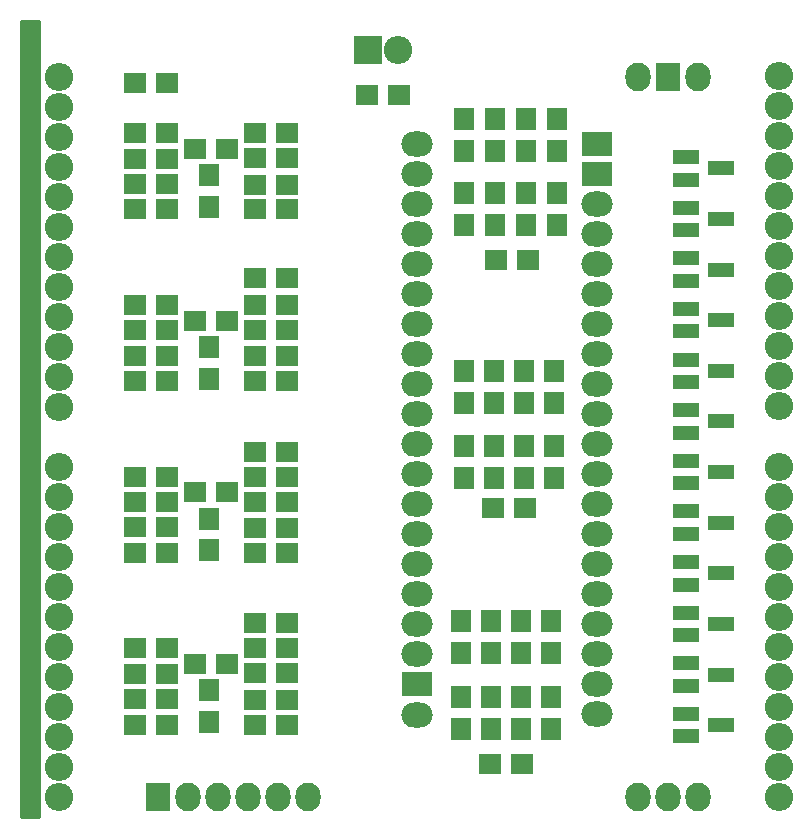
<source format=gbs>
G04 #@! TF.FileFunction,Soldermask,Bot*
%FSLAX46Y46*%
G04 Gerber Fmt 4.6, Leading zero omitted, Abs format (unit mm)*
G04 Created by KiCad (PCBNEW 4.0.2+dfsg1-stable) date Sun 27 May 2018 10:56:58 CEST*
%MOMM*%
G01*
G04 APERTURE LIST*
%ADD10C,0.100000*%
%ADD11O,2.398980X2.398980*%
%ADD12R,2.398980X2.398980*%
%ADD13O,2.650000X2.127200*%
%ADD14R,2.650000X2.127200*%
%ADD15O,2.127200X2.432000*%
%ADD16R,2.127200X2.432000*%
%ADD17R,1.700000X1.900000*%
%ADD18R,1.900000X1.700000*%
%ADD19R,2.200860X1.200100*%
%ADD20C,0.254000*%
G04 APERTURE END LIST*
D10*
D11*
X45720000Y-15240000D03*
D12*
X43180000Y-15240000D03*
D11*
X77978000Y-70826000D03*
X77978000Y-75906000D03*
X77978000Y-73366000D03*
X77978000Y-68286000D03*
X77978000Y-65746000D03*
X77978000Y-63206000D03*
X77978000Y-60666000D03*
X77978000Y-58126000D03*
X77978000Y-55586000D03*
X77978000Y-53046000D03*
X77978000Y-50506000D03*
X77978000Y-78446000D03*
X77978000Y-37795200D03*
X77978000Y-42875200D03*
X77978000Y-40335200D03*
X77978000Y-35255200D03*
X77978000Y-32715200D03*
X77978000Y-30175200D03*
X77978000Y-27635200D03*
X77978000Y-25095200D03*
X77978000Y-22555200D03*
X77978000Y-20015200D03*
X77978000Y-17475200D03*
X77978000Y-45415200D03*
X17018000Y-58166000D03*
X17018000Y-53086000D03*
X17018000Y-55626000D03*
X17018000Y-60706000D03*
X17018000Y-63246000D03*
X17018000Y-65786000D03*
X17018000Y-68326000D03*
X17018000Y-70866000D03*
X17018000Y-73406000D03*
X17018000Y-75946000D03*
X17018000Y-78486000D03*
X17018000Y-50546000D03*
X17018000Y-25146000D03*
X17018000Y-20066000D03*
X17018000Y-22606000D03*
X17018000Y-27686000D03*
X17018000Y-30226000D03*
X17018000Y-32766000D03*
X17018000Y-35306000D03*
X17018000Y-37846000D03*
X17018000Y-40386000D03*
X17018000Y-42926000D03*
X17018000Y-45466000D03*
X17018000Y-17526000D03*
D13*
X62605080Y-68944376D03*
X62605080Y-66404376D03*
X62605080Y-63864376D03*
X62605080Y-61324376D03*
X62605080Y-58784376D03*
X62605080Y-56244376D03*
X62605080Y-53704376D03*
X62605080Y-51164376D03*
X62605080Y-48624376D03*
X62605080Y-46084376D03*
X62605080Y-43544376D03*
X62605080Y-41004376D03*
X62605080Y-38464376D03*
X62605080Y-35924376D03*
X62605080Y-33384376D03*
X62605080Y-30844376D03*
X62605080Y-28304376D03*
X47365080Y-23224376D03*
X47365080Y-25764376D03*
X47365080Y-28304376D03*
X47365080Y-30844376D03*
X47365080Y-33384376D03*
X47365080Y-35924376D03*
X47365080Y-38464376D03*
X47365080Y-41004376D03*
X47365080Y-43544376D03*
X47365080Y-46084376D03*
X47365080Y-48624376D03*
X47365080Y-51164376D03*
X47365080Y-53704376D03*
X47365080Y-56244376D03*
X47365080Y-58784376D03*
X47365080Y-61324376D03*
X47365080Y-63864376D03*
X47365080Y-66404376D03*
X47365080Y-71535176D03*
D14*
X47365080Y-68944376D03*
X62605080Y-25764376D03*
X62605080Y-23224376D03*
D13*
X62605080Y-71432401D03*
D15*
X68588242Y-78445360D03*
X71128242Y-78445360D03*
X66048242Y-78445360D03*
D16*
X68580000Y-17486000D03*
D15*
X66040000Y-17486000D03*
X71120000Y-17486000D03*
D17*
X51054000Y-70024000D03*
X51054000Y-72724000D03*
D18*
X33622000Y-72351200D03*
X36322000Y-72351200D03*
X33622000Y-57811200D03*
X36322000Y-57811200D03*
X33622000Y-43271200D03*
X36322000Y-43271200D03*
X33622000Y-68008480D03*
X36322000Y-68008480D03*
X33622000Y-53468480D03*
X36322000Y-53468480D03*
X33622000Y-38928480D03*
X36322000Y-38928480D03*
X33622000Y-65906800D03*
X36322000Y-65906800D03*
X33622000Y-51366800D03*
X36322000Y-51366800D03*
X33622000Y-36826800D03*
X36322000Y-36826800D03*
X33622000Y-70249520D03*
X36322000Y-70249520D03*
X33622000Y-55709520D03*
X36322000Y-55709520D03*
X33622000Y-41169520D03*
X36322000Y-41169520D03*
X28542000Y-67242000D03*
X31242000Y-67242000D03*
X28542000Y-52702000D03*
X31242000Y-52702000D03*
X28542000Y-38162000D03*
X31242000Y-38162000D03*
X23462000Y-72351196D03*
X26162000Y-72351196D03*
X23462000Y-57811196D03*
X26162000Y-57811196D03*
X23462000Y-43271196D03*
X26162000Y-43271196D03*
X26162000Y-68054932D03*
X23462000Y-68054932D03*
X26162000Y-53514932D03*
X23462000Y-53514932D03*
X26162000Y-38974932D03*
X23462000Y-38974932D03*
X26162000Y-65906800D03*
X23462000Y-65906800D03*
X26162000Y-51366800D03*
X23462000Y-51366800D03*
X26162000Y-36826800D03*
X23462000Y-36826800D03*
D17*
X29718000Y-72148000D03*
X29718000Y-69448000D03*
X29718000Y-57608000D03*
X29718000Y-54908000D03*
X29718000Y-43068000D03*
X29718000Y-40368000D03*
D18*
X26162000Y-70203064D03*
X23462000Y-70203064D03*
X26162000Y-55663064D03*
X23462000Y-55663064D03*
X26162000Y-41123064D03*
X23462000Y-41123064D03*
X28542000Y-23622000D03*
X31242000Y-23622000D03*
X33622000Y-26629520D03*
X36322000Y-26629520D03*
X33622000Y-22286800D03*
X36322000Y-22286800D03*
X33622000Y-63754000D03*
X36322000Y-63754000D03*
X33622000Y-49276000D03*
X36322000Y-49276000D03*
X33622000Y-34544000D03*
X36322000Y-34544000D03*
X23462000Y-18034000D03*
X26162000Y-18034000D03*
D19*
X70129400Y-26211455D03*
X70129400Y-24311455D03*
X73131680Y-25261455D03*
X70129400Y-30496795D03*
X70129400Y-28596795D03*
X73131680Y-29546795D03*
X70129400Y-34782135D03*
X70129400Y-32882135D03*
X73131680Y-33832135D03*
X70129400Y-39067475D03*
X70129400Y-37167475D03*
X73131680Y-38117475D03*
X70129400Y-43352815D03*
X70129400Y-41452815D03*
X73131680Y-42402815D03*
X70129400Y-47638155D03*
X70129400Y-45738155D03*
X73131680Y-46688155D03*
X70129400Y-51923495D03*
X70129400Y-50023495D03*
X73131680Y-50973495D03*
X70129400Y-56208835D03*
X70129400Y-54308835D03*
X73131680Y-55258835D03*
X70129400Y-60494175D03*
X70129400Y-58594175D03*
X73131680Y-59544175D03*
X70129400Y-64779515D03*
X70129400Y-62879515D03*
X73131680Y-63829515D03*
X70129400Y-69064855D03*
X70129400Y-67164855D03*
X73131680Y-68114855D03*
X70129400Y-73350195D03*
X70129400Y-71450195D03*
X73131680Y-72400195D03*
D18*
X33622000Y-24388480D03*
X36322000Y-24388480D03*
D17*
X51311007Y-27352000D03*
X51311007Y-30052000D03*
X51311007Y-21082000D03*
X51311007Y-23782000D03*
X56558335Y-27352000D03*
X56558335Y-30052000D03*
X56558335Y-21082000D03*
X56558335Y-23782000D03*
X53934671Y-27352000D03*
X53934671Y-30052000D03*
X53934671Y-21082000D03*
X53934671Y-23782000D03*
X59182000Y-27352000D03*
X59182000Y-30052000D03*
X59182000Y-21082000D03*
X59182000Y-23782000D03*
X51308000Y-48768000D03*
X51308000Y-51468000D03*
X51308000Y-42418000D03*
X51308000Y-45118000D03*
X56388000Y-48768000D03*
X56388000Y-51468000D03*
X56388000Y-42418000D03*
X56388000Y-45118000D03*
X53848000Y-48768000D03*
X53848000Y-51468000D03*
X53848000Y-42418000D03*
X53848000Y-45118000D03*
X58928000Y-48768000D03*
X58928000Y-51468000D03*
X58928000Y-42418000D03*
X58928000Y-45118000D03*
X51054000Y-63594000D03*
X51054000Y-66294000D03*
X56134000Y-70024000D03*
X56134000Y-72724000D03*
X56134000Y-63594000D03*
X56134000Y-66294000D03*
X53594000Y-70024000D03*
X53594000Y-72724000D03*
X53594000Y-63594000D03*
X53594000Y-66294000D03*
X58674000Y-70024000D03*
X58674000Y-72724000D03*
X58674000Y-63594000D03*
X58674000Y-66294000D03*
D18*
X26162000Y-22286800D03*
X23462000Y-22286800D03*
X26162000Y-24434932D03*
X23462000Y-24434932D03*
D17*
X29718000Y-28528000D03*
X29718000Y-25828000D03*
D18*
X23462000Y-28731196D03*
X26162000Y-28731196D03*
X26162000Y-26583064D03*
X23462000Y-26583064D03*
X33622000Y-28731200D03*
X36322000Y-28731200D03*
X43100000Y-19050000D03*
X45800000Y-19050000D03*
X54022000Y-33020000D03*
X56722000Y-33020000D03*
X53768000Y-53975000D03*
X56468000Y-53975000D03*
X56214000Y-75692000D03*
X53514000Y-75692000D03*
D16*
X25400000Y-78486000D03*
D15*
X27940000Y-78486000D03*
X30480000Y-78486000D03*
X33020000Y-78486000D03*
X35560000Y-78486000D03*
X38100000Y-78486000D03*
D20*
G36*
X15367000Y-80137000D02*
X13817600Y-80137000D01*
X13817600Y-12776200D01*
X15367000Y-12776200D01*
X15367000Y-80137000D01*
X15367000Y-80137000D01*
G37*
X15367000Y-80137000D02*
X13817600Y-80137000D01*
X13817600Y-12776200D01*
X15367000Y-12776200D01*
X15367000Y-80137000D01*
M02*

</source>
